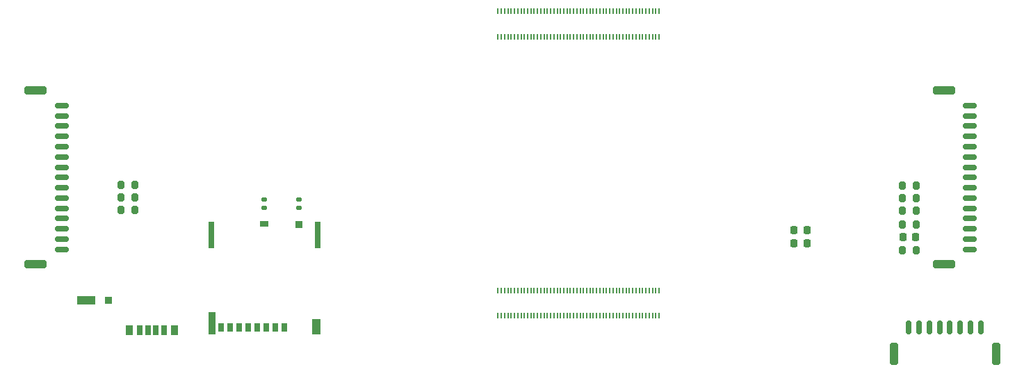
<source format=gtp>
G04 #@! TF.GenerationSoftware,KiCad,Pcbnew,8.0.0-rc1*
G04 #@! TF.CreationDate,2024-11-04T15:19:59+03:00*
G04 #@! TF.ProjectId,Movita_CM4_CT_Router_V3.1,4d6f7669-7461-45f4-934d-345f43545f52,REV1*
G04 #@! TF.SameCoordinates,Original*
G04 #@! TF.FileFunction,Paste,Top*
G04 #@! TF.FilePolarity,Positive*
%FSLAX46Y46*%
G04 Gerber Fmt 4.6, Leading zero omitted, Abs format (unit mm)*
G04 Created by KiCad (PCBNEW 8.0.0-rc1) date 2024-11-04 15:19:59*
%MOMM*%
%LPD*%
G01*
G04 APERTURE LIST*
G04 Aperture macros list*
%AMRoundRect*
0 Rectangle with rounded corners*
0 $1 Rounding radius*
0 $2 $3 $4 $5 $6 $7 $8 $9 X,Y pos of 4 corners*
0 Add a 4 corners polygon primitive as box body*
4,1,4,$2,$3,$4,$5,$6,$7,$8,$9,$2,$3,0*
0 Add four circle primitives for the rounded corners*
1,1,$1+$1,$2,$3*
1,1,$1+$1,$4,$5*
1,1,$1+$1,$6,$7*
1,1,$1+$1,$8,$9*
0 Add four rect primitives between the rounded corners*
20,1,$1+$1,$2,$3,$4,$5,0*
20,1,$1+$1,$4,$5,$6,$7,0*
20,1,$1+$1,$6,$7,$8,$9,0*
20,1,$1+$1,$8,$9,$2,$3,0*%
G04 Aperture macros list end*
%ADD10RoundRect,0.225000X-0.225000X-0.250000X0.225000X-0.250000X0.225000X0.250000X-0.225000X0.250000X0*%
%ADD11R,2.170000X1.120000*%
%ADD12R,0.850000X0.850000*%
%ADD13RoundRect,0.225000X0.225000X0.250000X-0.225000X0.250000X-0.225000X-0.250000X0.225000X-0.250000X0*%
%ADD14R,0.700000X1.150000*%
%ADD15R,0.800000X1.150000*%
%ADD16R,0.900000X1.150000*%
%ADD17RoundRect,0.200000X-0.200000X-0.275000X0.200000X-0.275000X0.200000X0.275000X-0.200000X0.275000X0*%
%ADD18RoundRect,0.200000X0.200000X0.275000X-0.200000X0.275000X-0.200000X-0.275000X0.200000X-0.275000X0*%
%ADD19R,0.200000X0.700000*%
%ADD20R,0.700000X1.100000*%
%ADD21R,0.900000X0.930000*%
%ADD22R,1.050000X0.780000*%
%ADD23R,0.700000X3.330000*%
%ADD24R,1.140000X1.830000*%
%ADD25R,0.860000X2.800000*%
%ADD26RoundRect,0.135000X-0.185000X0.135000X-0.185000X-0.135000X0.185000X-0.135000X0.185000X0.135000X0*%
%ADD27RoundRect,0.150000X-0.150000X-0.700000X0.150000X-0.700000X0.150000X0.700000X-0.150000X0.700000X0*%
%ADD28RoundRect,0.250000X-0.250000X-1.100000X0.250000X-1.100000X0.250000X1.100000X-0.250000X1.100000X0*%
%ADD29RoundRect,0.150000X-0.700000X0.150000X-0.700000X-0.150000X0.700000X-0.150000X0.700000X0.150000X0*%
%ADD30RoundRect,0.250000X-1.100000X0.250000X-1.100000X-0.250000X1.100000X-0.250000X1.100000X0.250000X0*%
G04 APERTURE END LIST*
D10*
X208183767Y-115219190D03*
X209733767Y-115219190D03*
D11*
X121983767Y-123714190D03*
D12*
X124663767Y-123714190D03*
D13*
X222993767Y-116054190D03*
X221443767Y-116054190D03*
D14*
X129463767Y-127389190D03*
D15*
X131483767Y-127389190D03*
D16*
X132713767Y-127389190D03*
D14*
X130463767Y-127389190D03*
D15*
X128443767Y-127389190D03*
D16*
X127213767Y-127389190D03*
D17*
X221378767Y-112834190D03*
X223028767Y-112834190D03*
D18*
X127878767Y-109674190D03*
X126228767Y-109674190D03*
D19*
X172123767Y-125646458D03*
X172123767Y-122566458D03*
X172523767Y-125646458D03*
X172523767Y-122566458D03*
X172923767Y-125646458D03*
X172923767Y-122566458D03*
X173323767Y-125646458D03*
X173323767Y-122566458D03*
X173723767Y-125646458D03*
X173723767Y-122566458D03*
X174123767Y-125646458D03*
X174123767Y-122566458D03*
X174523767Y-125646458D03*
X174523767Y-122566458D03*
X174923767Y-125646458D03*
X174923767Y-122566458D03*
X175323767Y-125646458D03*
X175323767Y-122566458D03*
X175723767Y-125646458D03*
X175723767Y-122566458D03*
X176123767Y-125646458D03*
X176123767Y-122566458D03*
X176523767Y-125646458D03*
X176523767Y-122566458D03*
X176923767Y-125646458D03*
X176923767Y-122566458D03*
X177323767Y-125646458D03*
X177323767Y-122566458D03*
X177723767Y-125646458D03*
X177723767Y-122566458D03*
X178123767Y-125646458D03*
X178123767Y-122566458D03*
X178523767Y-125646458D03*
X178523767Y-122566458D03*
X178923767Y-125646458D03*
X178923767Y-122566458D03*
X179323767Y-125646458D03*
X179323767Y-122566458D03*
X179723767Y-125646458D03*
X179723767Y-122566458D03*
X180123767Y-125646458D03*
X180123767Y-122566458D03*
X180523767Y-125646458D03*
X180523767Y-122566458D03*
X180923767Y-125646458D03*
X180923767Y-122566458D03*
X181323767Y-125646458D03*
X181323767Y-122566458D03*
X181723767Y-125646458D03*
X181723767Y-122566458D03*
X182123767Y-125646458D03*
X182123767Y-122566458D03*
X182523767Y-125646458D03*
X182523767Y-122566458D03*
X182923767Y-125646458D03*
X182923767Y-122566458D03*
X183323767Y-125646458D03*
X183323767Y-122566458D03*
X183723767Y-125646458D03*
X183723767Y-122566458D03*
X184123767Y-125646458D03*
X184123767Y-122566458D03*
X184523767Y-125646458D03*
X184523767Y-122566458D03*
X184923767Y-125646458D03*
X184923767Y-122566458D03*
X185323767Y-125646458D03*
X185323767Y-122566458D03*
X185723767Y-125646458D03*
X185723767Y-122566458D03*
X186123767Y-125646458D03*
X186123767Y-122566458D03*
X186523767Y-125646458D03*
X186523767Y-122566458D03*
X186923767Y-125646458D03*
X186923767Y-122566458D03*
X187323767Y-125646458D03*
X187323767Y-122566458D03*
X187723767Y-125646458D03*
X187723767Y-122566458D03*
X188123767Y-125646458D03*
X188123767Y-122566458D03*
X188523767Y-125646458D03*
X188523767Y-122566458D03*
X188923767Y-125646458D03*
X188923767Y-122566458D03*
X189323767Y-125646458D03*
X189323767Y-122566458D03*
X189723767Y-125646458D03*
X189723767Y-122566458D03*
X190123767Y-125646458D03*
X190123767Y-122566458D03*
X190523767Y-125646458D03*
X190523767Y-122566458D03*
X190923767Y-125646458D03*
X190923767Y-122566458D03*
X191323767Y-125646458D03*
X191323767Y-122566458D03*
X191723767Y-125646458D03*
X191723767Y-122566458D03*
D20*
X146083767Y-127014190D03*
X144983767Y-127014190D03*
X143883767Y-127014190D03*
X142783767Y-127014190D03*
X141683767Y-127014190D03*
X140583767Y-127014190D03*
X139483767Y-127014190D03*
X138383767Y-127014190D03*
D21*
X147873767Y-114549190D03*
D22*
X143608767Y-114474190D03*
D23*
X150183767Y-115749190D03*
D24*
X149963767Y-126999190D03*
D25*
X137303767Y-126514190D03*
D23*
X137223767Y-115749190D03*
D26*
X143603767Y-111454190D03*
X143603767Y-112474190D03*
D13*
X209743767Y-116769190D03*
X208193767Y-116769190D03*
D18*
X223033767Y-114504190D03*
X221383767Y-114504190D03*
D27*
X222153767Y-127084190D03*
X223403767Y-127084190D03*
X224653767Y-127084190D03*
X225903767Y-127084190D03*
X227153767Y-127084190D03*
X228403767Y-127084190D03*
X229653767Y-127084190D03*
X230903767Y-127084190D03*
D28*
X220303767Y-130284190D03*
X232753767Y-130284190D03*
D17*
X221378767Y-111304190D03*
X223028767Y-111304190D03*
D18*
X223043767Y-117624190D03*
X221393767Y-117624190D03*
D29*
X118983767Y-100034190D03*
X118983767Y-101284190D03*
X118983767Y-102534190D03*
X118983767Y-103784190D03*
X118983767Y-105034190D03*
X118983767Y-106284190D03*
X118983767Y-107534190D03*
X118983767Y-108784190D03*
X118983767Y-110034190D03*
X118983767Y-111284190D03*
X118983767Y-112534190D03*
X118983767Y-113784190D03*
D30*
X115783767Y-98184190D03*
D29*
X118983767Y-115034190D03*
D30*
X115783767Y-119384190D03*
D29*
X118983767Y-116284190D03*
X118983767Y-117534190D03*
D17*
X221378767Y-109774190D03*
X223028767Y-109774190D03*
D29*
X229603767Y-100034190D03*
X229603767Y-101284190D03*
X229603767Y-102534190D03*
X229603767Y-103784190D03*
X229603767Y-105034190D03*
X229603767Y-106284190D03*
X229603767Y-107534190D03*
X229603767Y-108784190D03*
X229603767Y-110034190D03*
X229603767Y-111284190D03*
X229603767Y-112534190D03*
X229603767Y-113784190D03*
D30*
X226403767Y-98184190D03*
D29*
X229603767Y-115034190D03*
D30*
X226403767Y-119384190D03*
D29*
X229603767Y-116284190D03*
X229603767Y-117534190D03*
D19*
X172123767Y-91646458D03*
X172123767Y-88566458D03*
X172523767Y-91646458D03*
X172523767Y-88566458D03*
X172923767Y-91646458D03*
X172923767Y-88566458D03*
X173323767Y-91646458D03*
X173323767Y-88566458D03*
X173723767Y-91646458D03*
X173723767Y-88566458D03*
X174123767Y-91646458D03*
X174123767Y-88566458D03*
X174523767Y-91646458D03*
X174523767Y-88566458D03*
X174923767Y-91646458D03*
X174923767Y-88566458D03*
X175323767Y-91646458D03*
X175323767Y-88566458D03*
X175723767Y-91646458D03*
X175723767Y-88566458D03*
X176123767Y-91646458D03*
X176123767Y-88566458D03*
X176523767Y-91646458D03*
X176523767Y-88566458D03*
X176923767Y-91646458D03*
X176923767Y-88566458D03*
X177323767Y-91646458D03*
X177323767Y-88566458D03*
X177723767Y-91646458D03*
X177723767Y-88566458D03*
X178123767Y-91646458D03*
X178123767Y-88566458D03*
X178523767Y-91646458D03*
X178523767Y-88566458D03*
X178923767Y-91646458D03*
X178923767Y-88566458D03*
X179323767Y-91646458D03*
X179323767Y-88566458D03*
X179723767Y-91646458D03*
X179723767Y-88566458D03*
X180123767Y-91646458D03*
X180123767Y-88566458D03*
X180523767Y-91646458D03*
X180523767Y-88566458D03*
X180923767Y-91646458D03*
X180923767Y-88566458D03*
X181323767Y-91646458D03*
X181323767Y-88566458D03*
X181723767Y-91646458D03*
X181723767Y-88566458D03*
X182123767Y-91646458D03*
X182123767Y-88566458D03*
X182523767Y-91646458D03*
X182523767Y-88566458D03*
X182923767Y-91646458D03*
X182923767Y-88566458D03*
X183323767Y-91646458D03*
X183323767Y-88566458D03*
X183723767Y-91646458D03*
X183723767Y-88566458D03*
X184123767Y-91646458D03*
X184123767Y-88566458D03*
X184523767Y-91646458D03*
X184523767Y-88566458D03*
X184923767Y-91646458D03*
X184923767Y-88566458D03*
X185323767Y-91646458D03*
X185323767Y-88566458D03*
X185723767Y-91646458D03*
X185723767Y-88566458D03*
X186123767Y-91646458D03*
X186123767Y-88566458D03*
X186523767Y-91646458D03*
X186523767Y-88566458D03*
X186923767Y-91646458D03*
X186923767Y-88566458D03*
X187323767Y-91646458D03*
X187323767Y-88566458D03*
X187723767Y-91646458D03*
X187723767Y-88566458D03*
X188123767Y-91646458D03*
X188123767Y-88566458D03*
X188523767Y-91646458D03*
X188523767Y-88566458D03*
X188923767Y-91646458D03*
X188923767Y-88566458D03*
X189323767Y-91646458D03*
X189323767Y-88566458D03*
X189723767Y-91646458D03*
X189723767Y-88566458D03*
X190123767Y-91646458D03*
X190123767Y-88566458D03*
X190523767Y-91646458D03*
X190523767Y-88566458D03*
X190923767Y-91646458D03*
X190923767Y-88566458D03*
X191323767Y-91646458D03*
X191323767Y-88566458D03*
X191723767Y-91646458D03*
X191723767Y-88566458D03*
D18*
X127863767Y-112724190D03*
X126213767Y-112724190D03*
D26*
X147873767Y-111484190D03*
X147873767Y-112504190D03*
D18*
X127878767Y-111204190D03*
X126228767Y-111204190D03*
M02*

</source>
